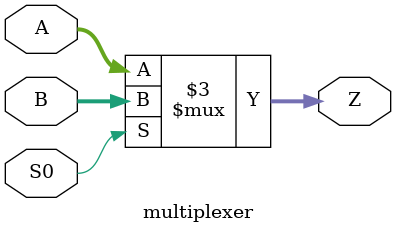
<source format=v>
`timescale 1ns / 1ps


module multiplexer(
    input [width-1:0] A,B,
    input S0,
    output reg [width-1:0] Z
    );
    parameter width = 8;
    always @(A or B or S0)
    begin
        if(S0)
            Z <= B;
        else
            Z <= A;
    end
endmodule

</source>
